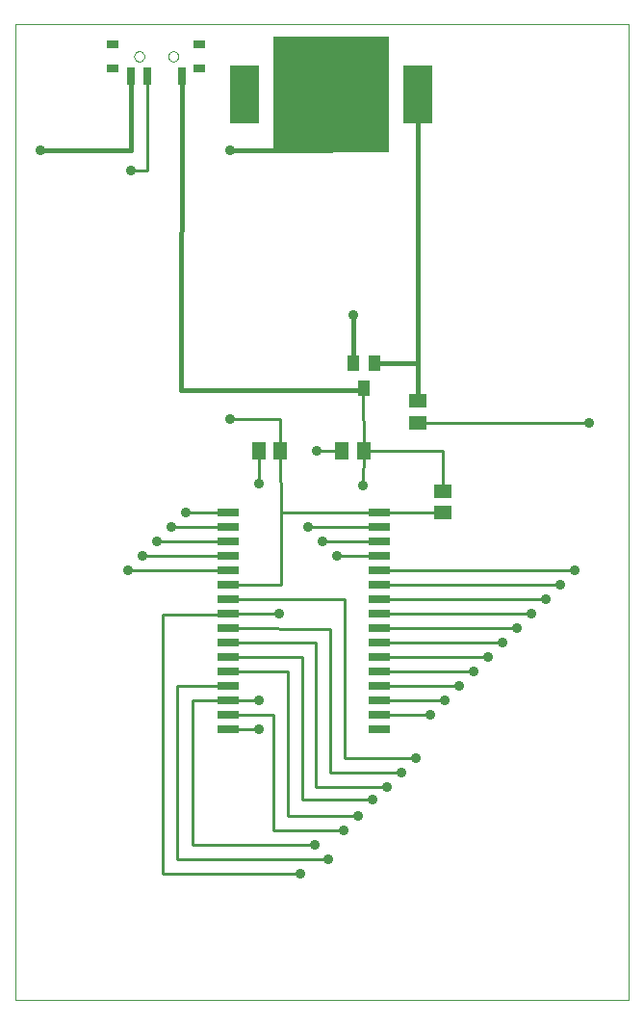
<source format=gtl>
G75*
%MOIN*%
%OFA0B0*%
%FSLAX24Y24*%
%IPPOS*%
%LPD*%
%AMOC8*
5,1,8,0,0,1.08239X$1,22.5*
%
%ADD10C,0.0000*%
%ADD11R,0.0512X0.0591*%
%ADD12R,0.0591X0.0512*%
%ADD13R,0.0394X0.0551*%
%ADD14R,0.1000X0.2000*%
%ADD15R,0.4000X0.4000*%
%ADD16R,0.0280X0.0590*%
%ADD17R,0.0390X0.0310*%
%ADD18R,0.0728X0.0276*%
%ADD19C,0.0357*%
%ADD20C,0.0160*%
%ADD21C,0.0100*%
D10*
X000100Y000100D02*
X000100Y033850D01*
X021350Y033850D01*
X021350Y000100D01*
X000100Y000100D01*
X004215Y032740D02*
X004217Y032766D01*
X004223Y032792D01*
X004232Y032816D01*
X004245Y032839D01*
X004262Y032859D01*
X004281Y032877D01*
X004303Y032892D01*
X004326Y032903D01*
X004351Y032911D01*
X004377Y032915D01*
X004403Y032915D01*
X004429Y032911D01*
X004454Y032903D01*
X004478Y032892D01*
X004499Y032877D01*
X004518Y032859D01*
X004535Y032839D01*
X004548Y032816D01*
X004557Y032792D01*
X004563Y032766D01*
X004565Y032740D01*
X004563Y032714D01*
X004557Y032688D01*
X004548Y032664D01*
X004535Y032641D01*
X004518Y032621D01*
X004499Y032603D01*
X004477Y032588D01*
X004454Y032577D01*
X004429Y032569D01*
X004403Y032565D01*
X004377Y032565D01*
X004351Y032569D01*
X004326Y032577D01*
X004302Y032588D01*
X004281Y032603D01*
X004262Y032621D01*
X004245Y032641D01*
X004232Y032664D01*
X004223Y032688D01*
X004217Y032714D01*
X004215Y032740D01*
X005395Y032740D02*
X005397Y032766D01*
X005403Y032792D01*
X005412Y032816D01*
X005425Y032839D01*
X005442Y032859D01*
X005461Y032877D01*
X005483Y032892D01*
X005506Y032903D01*
X005531Y032911D01*
X005557Y032915D01*
X005583Y032915D01*
X005609Y032911D01*
X005634Y032903D01*
X005658Y032892D01*
X005679Y032877D01*
X005698Y032859D01*
X005715Y032839D01*
X005728Y032816D01*
X005737Y032792D01*
X005743Y032766D01*
X005745Y032740D01*
X005743Y032714D01*
X005737Y032688D01*
X005728Y032664D01*
X005715Y032641D01*
X005698Y032621D01*
X005679Y032603D01*
X005657Y032588D01*
X005634Y032577D01*
X005609Y032569D01*
X005583Y032565D01*
X005557Y032565D01*
X005531Y032569D01*
X005506Y032577D01*
X005482Y032588D01*
X005461Y032603D01*
X005442Y032621D01*
X005425Y032641D01*
X005412Y032664D01*
X005403Y032688D01*
X005397Y032714D01*
X005395Y032740D01*
D11*
X008536Y019100D03*
X009284Y019100D03*
X011406Y019100D03*
X012154Y019100D03*
D12*
X014050Y020066D03*
X014050Y020814D03*
X014910Y017694D03*
X014910Y016946D03*
D13*
X012160Y021267D03*
X011786Y022133D03*
X012534Y022133D03*
D14*
X014050Y031430D03*
X008050Y031430D03*
D15*
X011050Y031430D03*
D16*
X005860Y032050D03*
X004680Y032050D03*
X004090Y032050D03*
D17*
X003470Y032320D03*
X003470Y033170D03*
X006480Y033170D03*
X006480Y032310D03*
D18*
X007482Y016940D03*
X007482Y016440D03*
X007482Y015940D03*
X007482Y015440D03*
X007482Y014940D03*
X007482Y014440D03*
X007482Y013940D03*
X007482Y013440D03*
X007482Y012940D03*
X007482Y012440D03*
X007482Y011940D03*
X007482Y011440D03*
X007482Y010940D03*
X007482Y010440D03*
X007482Y009940D03*
X007482Y009440D03*
X012718Y009440D03*
X012718Y009940D03*
X012718Y010440D03*
X012718Y010940D03*
X012718Y011440D03*
X012718Y011940D03*
X012718Y012440D03*
X012718Y012940D03*
X012718Y013440D03*
X012718Y013940D03*
X012718Y014440D03*
X012718Y014940D03*
X012718Y015440D03*
X012718Y015940D03*
X012718Y016440D03*
X012718Y016940D03*
D19*
X012150Y017900D03*
X010750Y015940D03*
X011250Y015440D03*
X010250Y016440D03*
X008540Y017950D03*
X007550Y020200D03*
X006000Y016940D03*
X005500Y016440D03*
X005000Y015940D03*
X004500Y015440D03*
X004000Y014940D03*
X008540Y010440D03*
X008540Y009440D03*
X010460Y005440D03*
X010950Y004940D03*
X011460Y005940D03*
X011960Y006440D03*
X012460Y007020D03*
X012960Y007440D03*
X013460Y007940D03*
X013970Y008440D03*
X014460Y009940D03*
X014960Y010440D03*
X015460Y010940D03*
X015960Y011440D03*
X016460Y011940D03*
X016960Y012440D03*
X017460Y012940D03*
X017960Y013440D03*
X018460Y013940D03*
X018960Y014440D03*
X019460Y014940D03*
X019960Y020070D03*
X011790Y023800D03*
X010550Y019100D03*
X009250Y013440D03*
X009960Y004440D03*
X004110Y028800D03*
X000960Y029500D03*
X007550Y029500D03*
D20*
X011050Y029500D01*
X011050Y031430D01*
X014050Y031430D02*
X014050Y022133D01*
X014050Y020814D01*
X014050Y022133D02*
X012534Y022133D01*
X012160Y021267D02*
X012140Y021190D01*
X005840Y021190D01*
X005860Y032050D01*
X004090Y032050D02*
X004090Y029500D01*
X000960Y029500D01*
X011790Y023800D02*
X011790Y023253D01*
X011786Y022133D01*
D21*
X012140Y021190D02*
X012154Y019100D01*
X012150Y017900D01*
X012718Y016940D02*
X009286Y016940D01*
X009286Y014440D01*
X007482Y014440D01*
X007482Y013940D02*
X011500Y013940D01*
X011500Y008440D01*
X013970Y008440D01*
X013460Y007940D02*
X011000Y007940D01*
X011000Y012920D01*
X007482Y012940D01*
X007482Y013420D02*
X007482Y013440D01*
X009250Y013440D01*
X010040Y011940D02*
X007482Y011940D01*
X007482Y012440D02*
X010500Y012440D01*
X010500Y007440D01*
X012960Y007440D01*
X012460Y007020D02*
X010040Y007020D01*
X010040Y011940D01*
X009540Y011440D02*
X009540Y006440D01*
X011960Y006440D01*
X011460Y005940D02*
X009040Y005940D01*
X009040Y009940D01*
X007482Y009940D01*
X007482Y010440D02*
X008540Y010440D01*
X008540Y009440D02*
X007482Y009440D01*
X007482Y010440D02*
X007482Y010450D01*
X006220Y010450D01*
X006220Y005440D01*
X010460Y005440D01*
X010950Y004940D02*
X005700Y004940D01*
X005700Y010940D01*
X007482Y010940D01*
X007482Y011440D02*
X009540Y011440D01*
X007482Y013420D02*
X005200Y013420D01*
X005200Y004440D01*
X009960Y004440D01*
X012718Y009940D02*
X014460Y009940D01*
X014960Y010440D02*
X012718Y010440D01*
X012718Y010940D02*
X015460Y010940D01*
X015960Y011440D02*
X012718Y011440D01*
X012718Y011940D02*
X016460Y011940D01*
X016960Y012440D02*
X012718Y012440D01*
X012718Y012940D02*
X017460Y012940D01*
X017960Y013440D02*
X012718Y013440D01*
X012718Y013940D02*
X018460Y013940D01*
X018960Y014440D02*
X012718Y014440D01*
X012718Y014940D02*
X019460Y014940D01*
X019960Y020070D02*
X014050Y020066D01*
X014910Y019100D02*
X014910Y017694D01*
X014910Y016946D02*
X012718Y016940D01*
X012718Y016440D02*
X010250Y016440D01*
X010750Y015940D02*
X012718Y015940D01*
X012718Y015440D02*
X011250Y015440D01*
X009286Y016940D02*
X009284Y019100D01*
X009274Y020200D01*
X007550Y020200D01*
X008536Y019100D02*
X008540Y017950D01*
X007482Y016940D02*
X006000Y016940D01*
X005500Y016440D02*
X007482Y016440D01*
X007482Y015940D02*
X005000Y015940D01*
X004500Y015440D02*
X007482Y015440D01*
X007482Y014940D02*
X004000Y014940D01*
X010550Y019100D02*
X011406Y019100D01*
X012154Y019100D02*
X014910Y019100D01*
X004680Y028800D02*
X004110Y028800D01*
X004680Y028800D02*
X004680Y032050D01*
M02*

</source>
